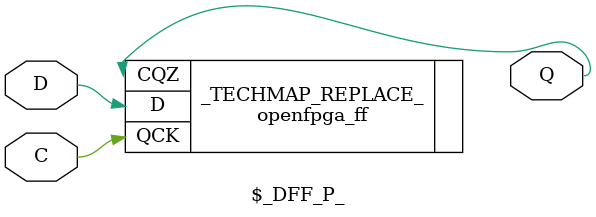
<source format=v>
module \$_DFF_N_ (D, Q, C);
    input D;
    input C;
    output Q;
    openfpga_ff _TECHMAP_REPLACE_ (.CQZ(Q), .D(D), .QCK(!C));
endmodule

module \$_DFF_P_ (D, Q, C);
    input D;
    input C;
    output Q;
    openfpga_ff _TECHMAP_REPLACE_ (.CQZ(Q), .D(D), .QCK(C));
endmodule



</source>
